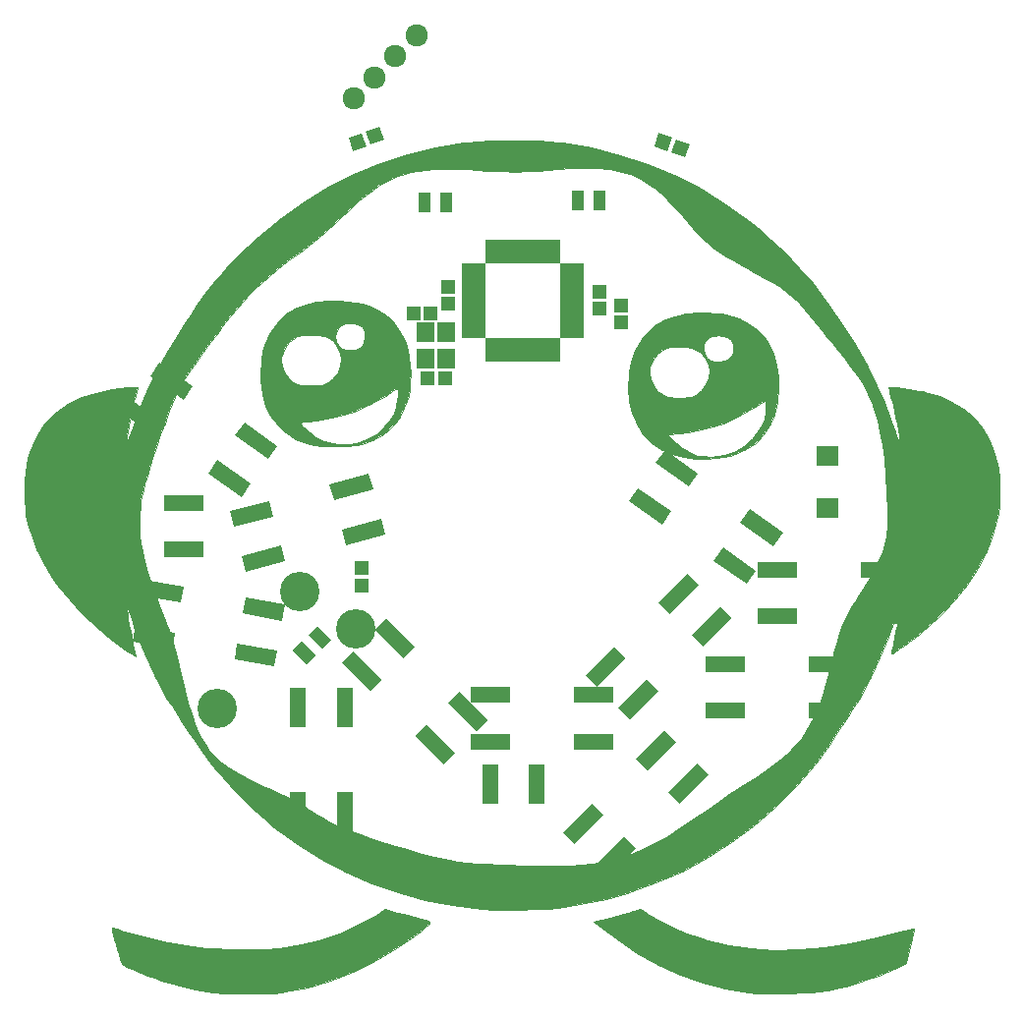
<source format=gts>
G04 #@! TF.FileFunction,Soldermask,Top*
%FSLAX46Y46*%
G04 Gerber Fmt 4.6, Leading zero omitted, Abs format (unit mm)*
G04 Created by KiCad (PCBNEW 4.0.7-e2-6376~58~ubuntu16.04.1) date Tue Oct 31 02:22:27 2017*
%MOMM*%
%LPD*%
G01*
G04 APERTURE LIST*
%ADD10C,0.100000*%
%ADD11C,0.010000*%
%ADD12R,1.150000X1.200000*%
%ADD13R,1.200000X1.150000*%
%ADD14R,1.593800X1.797000*%
%ADD15R,2.000000X0.950000*%
%ADD16R,0.950000X2.000000*%
%ADD17R,1.100000X1.700000*%
%ADD18R,3.500000X1.400000*%
%ADD19R,1.400000X3.500000*%
%ADD20C,3.400000*%
%ADD21R,1.950000X1.700000*%
%ADD22C,1.924000*%
G04 APERTURE END LIST*
D10*
D11*
G36*
X-10128573Y-32077551D02*
X-9579972Y-32236559D01*
X-8968606Y-32401927D01*
X-8390273Y-32548168D01*
X-8132734Y-32608568D01*
X-7745445Y-32695355D01*
X-7477652Y-32768026D01*
X-7333416Y-32846580D01*
X-7316793Y-32951014D01*
X-7431843Y-33101326D01*
X-7682626Y-33317514D01*
X-8073198Y-33619576D01*
X-8386308Y-33857966D01*
X-10228151Y-35161632D01*
X-12094025Y-36279159D01*
X-13985454Y-37211204D01*
X-15903960Y-37958425D01*
X-17851068Y-38521480D01*
X-19828301Y-38901027D01*
X-20179597Y-38948895D01*
X-20833614Y-39011444D01*
X-21623964Y-39053478D01*
X-22499961Y-39075090D01*
X-23410922Y-39076372D01*
X-24306163Y-39057419D01*
X-25135000Y-39018322D01*
X-25846748Y-38959175D01*
X-26024881Y-38938174D01*
X-27611017Y-38672701D01*
X-29244681Y-38281586D01*
X-30452371Y-37917405D01*
X-31028190Y-37718513D01*
X-31625069Y-37496418D01*
X-32211814Y-37264360D01*
X-32757229Y-37035579D01*
X-33230117Y-36823314D01*
X-33599285Y-36640804D01*
X-33833535Y-36501290D01*
X-33880499Y-36462489D01*
X-33942817Y-36337362D01*
X-34036395Y-36073333D01*
X-34151154Y-35707414D01*
X-34277018Y-35276613D01*
X-34403908Y-34817942D01*
X-34521750Y-34368409D01*
X-34620464Y-33965024D01*
X-34689974Y-33644798D01*
X-34720203Y-33444741D01*
X-34715037Y-33397513D01*
X-34614667Y-33406876D01*
X-34379825Y-33464364D01*
X-34054578Y-33558741D01*
X-33929077Y-33597919D01*
X-32685523Y-33960503D01*
X-31310329Y-34303709D01*
X-29859872Y-34615260D01*
X-28390526Y-34882884D01*
X-27206816Y-35061530D01*
X-26513823Y-35137360D01*
X-25698317Y-35196961D01*
X-24802052Y-35239762D01*
X-23866783Y-35265192D01*
X-22934264Y-35272681D01*
X-22046250Y-35261659D01*
X-21244495Y-35231555D01*
X-20570754Y-35181800D01*
X-20339408Y-35155351D01*
X-18401778Y-34829228D01*
X-16584914Y-34373566D01*
X-14894600Y-33790333D01*
X-13336617Y-33081496D01*
X-12041818Y-32330959D01*
X-11164940Y-31762914D01*
X-10128573Y-32077551D01*
X-10128573Y-32077551D01*
G37*
X-10128573Y-32077551D02*
X-9579972Y-32236559D01*
X-8968606Y-32401927D01*
X-8390273Y-32548168D01*
X-8132734Y-32608568D01*
X-7745445Y-32695355D01*
X-7477652Y-32768026D01*
X-7333416Y-32846580D01*
X-7316793Y-32951014D01*
X-7431843Y-33101326D01*
X-7682626Y-33317514D01*
X-8073198Y-33619576D01*
X-8386308Y-33857966D01*
X-10228151Y-35161632D01*
X-12094025Y-36279159D01*
X-13985454Y-37211204D01*
X-15903960Y-37958425D01*
X-17851068Y-38521480D01*
X-19828301Y-38901027D01*
X-20179597Y-38948895D01*
X-20833614Y-39011444D01*
X-21623964Y-39053478D01*
X-22499961Y-39075090D01*
X-23410922Y-39076372D01*
X-24306163Y-39057419D01*
X-25135000Y-39018322D01*
X-25846748Y-38959175D01*
X-26024881Y-38938174D01*
X-27611017Y-38672701D01*
X-29244681Y-38281586D01*
X-30452371Y-37917405D01*
X-31028190Y-37718513D01*
X-31625069Y-37496418D01*
X-32211814Y-37264360D01*
X-32757229Y-37035579D01*
X-33230117Y-36823314D01*
X-33599285Y-36640804D01*
X-33833535Y-36501290D01*
X-33880499Y-36462489D01*
X-33942817Y-36337362D01*
X-34036395Y-36073333D01*
X-34151154Y-35707414D01*
X-34277018Y-35276613D01*
X-34403908Y-34817942D01*
X-34521750Y-34368409D01*
X-34620464Y-33965024D01*
X-34689974Y-33644798D01*
X-34720203Y-33444741D01*
X-34715037Y-33397513D01*
X-34614667Y-33406876D01*
X-34379825Y-33464364D01*
X-34054578Y-33558741D01*
X-33929077Y-33597919D01*
X-32685523Y-33960503D01*
X-31310329Y-34303709D01*
X-29859872Y-34615260D01*
X-28390526Y-34882884D01*
X-27206816Y-35061530D01*
X-26513823Y-35137360D01*
X-25698317Y-35196961D01*
X-24802052Y-35239762D01*
X-23866783Y-35265192D01*
X-22934264Y-35272681D01*
X-22046250Y-35261659D01*
X-21244495Y-35231555D01*
X-20570754Y-35181800D01*
X-20339408Y-35155351D01*
X-18401778Y-34829228D01*
X-16584914Y-34373566D01*
X-14894600Y-33790333D01*
X-13336617Y-33081496D01*
X-12041818Y-32330959D01*
X-11164940Y-31762914D01*
X-10128573Y-32077551D01*
G36*
X11470660Y-32159936D02*
X12475281Y-32784611D01*
X13621115Y-33370504D01*
X14862089Y-33896805D01*
X16152130Y-34342703D01*
X16584666Y-34469755D01*
X18425841Y-34894889D01*
X20366615Y-35167853D01*
X22396628Y-35289150D01*
X24505523Y-35259286D01*
X26682942Y-35078764D01*
X28918526Y-34748088D01*
X31201918Y-34267763D01*
X33494481Y-33646802D01*
X33954921Y-33518538D01*
X34260162Y-33456528D01*
X34401832Y-33462302D01*
X34411260Y-33479398D01*
X34389182Y-33604266D01*
X34328599Y-33877174D01*
X34237502Y-34263851D01*
X34123883Y-34730026D01*
X34056968Y-34998799D01*
X33703120Y-36409910D01*
X32716856Y-36898248D01*
X32069816Y-37192822D01*
X31294916Y-37504334D01*
X30448748Y-37812610D01*
X29587903Y-38097478D01*
X28768973Y-38338763D01*
X28419278Y-38430223D01*
X27619512Y-38619261D01*
X26892987Y-38765954D01*
X26193589Y-38875687D01*
X25475205Y-38953846D01*
X24691724Y-39005814D01*
X23797034Y-39036979D01*
X23122814Y-39048772D01*
X22435622Y-39053406D01*
X21768422Y-39050590D01*
X21158138Y-39041035D01*
X20641696Y-39025447D01*
X20256020Y-39004538D01*
X20112443Y-38990956D01*
X18145466Y-38655821D01*
X16189932Y-38138138D01*
X14258697Y-37443504D01*
X12364617Y-36577515D01*
X10520547Y-35545766D01*
X8739343Y-34353854D01*
X7779021Y-33622414D01*
X6814288Y-32853843D01*
X8223402Y-32505635D01*
X8773630Y-32366074D01*
X9315552Y-32222293D01*
X9796702Y-32088631D01*
X10164616Y-31979425D01*
X10252363Y-31951155D01*
X10872211Y-31744883D01*
X11470660Y-32159936D01*
X11470660Y-32159936D01*
G37*
X11470660Y-32159936D02*
X12475281Y-32784611D01*
X13621115Y-33370504D01*
X14862089Y-33896805D01*
X16152130Y-34342703D01*
X16584666Y-34469755D01*
X18425841Y-34894889D01*
X20366615Y-35167853D01*
X22396628Y-35289150D01*
X24505523Y-35259286D01*
X26682942Y-35078764D01*
X28918526Y-34748088D01*
X31201918Y-34267763D01*
X33494481Y-33646802D01*
X33954921Y-33518538D01*
X34260162Y-33456528D01*
X34401832Y-33462302D01*
X34411260Y-33479398D01*
X34389182Y-33604266D01*
X34328599Y-33877174D01*
X34237502Y-34263851D01*
X34123883Y-34730026D01*
X34056968Y-34998799D01*
X33703120Y-36409910D01*
X32716856Y-36898248D01*
X32069816Y-37192822D01*
X31294916Y-37504334D01*
X30448748Y-37812610D01*
X29587903Y-38097478D01*
X28768973Y-38338763D01*
X28419278Y-38430223D01*
X27619512Y-38619261D01*
X26892987Y-38765954D01*
X26193589Y-38875687D01*
X25475205Y-38953846D01*
X24691724Y-39005814D01*
X23797034Y-39036979D01*
X23122814Y-39048772D01*
X22435622Y-39053406D01*
X21768422Y-39050590D01*
X21158138Y-39041035D01*
X20641696Y-39025447D01*
X20256020Y-39004538D01*
X20112443Y-38990956D01*
X18145466Y-38655821D01*
X16189932Y-38138138D01*
X14258697Y-37443504D01*
X12364617Y-36577515D01*
X10520547Y-35545766D01*
X8739343Y-34353854D01*
X7779021Y-33622414D01*
X6814288Y-32853843D01*
X8223402Y-32505635D01*
X8773630Y-32366074D01*
X9315552Y-32222293D01*
X9796702Y-32088631D01*
X10164616Y-31979425D01*
X10252363Y-31951155D01*
X10872211Y-31744883D01*
X11470660Y-32159936D01*
G36*
X307616Y34452125D02*
X1245635Y34431121D01*
X2150092Y34396905D01*
X2979681Y34350320D01*
X3693095Y34292210D01*
X4119851Y34242575D01*
X6637704Y33802740D01*
X9081973Y33191238D01*
X11449224Y32409578D01*
X13736027Y31459272D01*
X15938948Y30341828D01*
X18054555Y29058758D01*
X20079416Y27611570D01*
X21147258Y26751171D01*
X21800306Y26177689D01*
X22526096Y25497463D01*
X23286402Y24749522D01*
X24042998Y23972896D01*
X24757657Y23206615D01*
X25392155Y22489709D01*
X25790681Y22010090D01*
X26163560Y21525045D01*
X26610673Y20911329D01*
X27109755Y20201784D01*
X27638539Y19429255D01*
X28174761Y18626586D01*
X28696153Y17826621D01*
X29180451Y17062204D01*
X29518257Y16511552D01*
X30313041Y15097796D01*
X31081234Y13546326D01*
X31800053Y11907537D01*
X32446713Y10231825D01*
X32737134Y9392043D01*
X32883179Y8962790D01*
X33009846Y8610561D01*
X33105170Y8367172D01*
X33157189Y8264434D01*
X33161454Y8263668D01*
X33168050Y8376198D01*
X33139757Y8640682D01*
X33082363Y9025379D01*
X33001659Y9498545D01*
X32903432Y10028438D01*
X32793474Y10583314D01*
X32677572Y11131431D01*
X32561516Y11641046D01*
X32498781Y11897127D01*
X32384689Y12357670D01*
X32292415Y12748277D01*
X32229580Y13035224D01*
X32203808Y13184788D01*
X32204705Y13198215D01*
X32318468Y13213799D01*
X32580937Y13201243D01*
X32955584Y13165396D01*
X33405883Y13111109D01*
X33895305Y13043232D01*
X34387323Y12966615D01*
X34845410Y12886107D01*
X35233039Y12806559D01*
X35333438Y12782790D01*
X36624926Y12385747D01*
X37771888Y11868304D01*
X38774763Y11229999D01*
X39633992Y10470366D01*
X40350014Y9588942D01*
X40923269Y8585262D01*
X41354198Y7458864D01*
X41643241Y6209282D01*
X41659056Y6111572D01*
X41731068Y5441020D01*
X41762362Y4654159D01*
X41754302Y3818062D01*
X41708251Y2999803D01*
X41625575Y2266454D01*
X41574874Y1972312D01*
X41186067Y486192D01*
X40613334Y-981163D01*
X39860438Y-2424098D01*
X38931144Y-3836958D01*
X37829215Y-5214088D01*
X36558416Y-6549835D01*
X35122511Y-7838542D01*
X34948508Y-7982210D01*
X34469637Y-8366316D01*
X33994098Y-8733453D01*
X33544235Y-9067887D01*
X33142392Y-9353884D01*
X32810913Y-9575709D01*
X32572144Y-9717627D01*
X32448427Y-9763904D01*
X32436147Y-9751384D01*
X32456391Y-9619678D01*
X32510326Y-9354244D01*
X32587754Y-9004315D01*
X32618301Y-8871912D01*
X32714843Y-8432449D01*
X32815181Y-7932381D01*
X32913284Y-7407356D01*
X33003120Y-6893022D01*
X33078659Y-6425026D01*
X33133868Y-6039015D01*
X33162716Y-5770637D01*
X33161654Y-5660505D01*
X33121412Y-5701495D01*
X33038019Y-5891563D01*
X32923675Y-6199965D01*
X32791339Y-6593610D01*
X32178017Y-8327351D01*
X31454866Y-10080699D01*
X30650682Y-11789301D01*
X29794263Y-13388803D01*
X29605129Y-13713862D01*
X29174036Y-14425559D01*
X28684266Y-15204106D01*
X28158331Y-16015992D01*
X27618746Y-16827705D01*
X27088026Y-17605733D01*
X26588685Y-18316566D01*
X26143237Y-18926692D01*
X25828291Y-19335465D01*
X24206411Y-21218516D01*
X22457158Y-22970546D01*
X20590510Y-24584732D01*
X18616447Y-26054248D01*
X16544947Y-27372270D01*
X14385990Y-28531974D01*
X12149554Y-29526534D01*
X9845619Y-30349126D01*
X9623184Y-30418207D01*
X7873557Y-30898678D01*
X6046877Y-31296705D01*
X4222076Y-31596679D01*
X2896888Y-31748404D01*
X2520608Y-31773171D01*
X2004294Y-31793872D01*
X1384132Y-31810281D01*
X696302Y-31822171D01*
X-23011Y-31829315D01*
X-737625Y-31831487D01*
X-1411357Y-31828459D01*
X-2008022Y-31820006D01*
X-2491439Y-31805901D01*
X-2825425Y-31785916D01*
X-2841631Y-31784356D01*
X-5371551Y-31455110D01*
X-7788275Y-30980945D01*
X-10104503Y-30356761D01*
X-12332938Y-29577459D01*
X-14486279Y-28637939D01*
X-16577227Y-27533102D01*
X-18618484Y-26257849D01*
X-20622750Y-24807080D01*
X-21044964Y-24475802D01*
X-21534556Y-24064140D01*
X-22115453Y-23539486D01*
X-22757273Y-22932351D01*
X-23429636Y-22273245D01*
X-24102160Y-21592676D01*
X-24744466Y-20921155D01*
X-25326171Y-20289191D01*
X-25816895Y-19727293D01*
X-26023110Y-19476577D01*
X-26342265Y-19060298D01*
X-26739335Y-18515142D01*
X-27193279Y-17872254D01*
X-27683054Y-17162779D01*
X-28187619Y-16417862D01*
X-28685934Y-15668650D01*
X-29156955Y-14946288D01*
X-29579642Y-14281920D01*
X-29932954Y-13706693D01*
X-30018185Y-13563120D01*
X-30998922Y-11751437D01*
X-31903612Y-9785587D01*
X-32722398Y-7687526D01*
X-32951200Y-7031510D01*
X-33117116Y-6550611D01*
X-33263104Y-6142219D01*
X-33378437Y-5835177D01*
X-33452388Y-5658328D01*
X-33473519Y-5627107D01*
X-33476085Y-5734055D01*
X-33446863Y-5991534D01*
X-33391708Y-6365734D01*
X-33316474Y-6822840D01*
X-33227016Y-7329041D01*
X-33129189Y-7850525D01*
X-33028846Y-8353478D01*
X-32931843Y-8804090D01*
X-32898216Y-8949739D01*
X-32802805Y-9357331D01*
X-32726008Y-9692633D01*
X-32676733Y-9916280D01*
X-32663112Y-9988604D01*
X-32734990Y-9957174D01*
X-32929544Y-9838081D01*
X-33215152Y-9651330D01*
X-33486260Y-9467819D01*
X-34872124Y-8448115D01*
X-36195926Y-7338291D01*
X-37429552Y-6165749D01*
X-38544888Y-4957893D01*
X-39513819Y-3742125D01*
X-39851695Y-3263288D01*
X-40567832Y-2084502D01*
X-41186892Y-815028D01*
X-41686951Y492769D01*
X-41877487Y1179157D01*
X-32366023Y1179157D01*
X-32336191Y485008D01*
X-32254666Y-226897D01*
X-32116139Y-979244D01*
X-31915300Y-1794718D01*
X-31646840Y-2696005D01*
X-31305449Y-3705793D01*
X-30885819Y-4846767D01*
X-30604724Y-5576987D01*
X-30277953Y-6419548D01*
X-30009772Y-7127040D01*
X-29788121Y-7738770D01*
X-29600937Y-8294047D01*
X-29436157Y-8832180D01*
X-29281721Y-9392477D01*
X-29125564Y-10014246D01*
X-28955627Y-10736797D01*
X-28768518Y-11560887D01*
X-28463459Y-12857555D01*
X-28170268Y-13979897D01*
X-27884772Y-14941052D01*
X-27602798Y-15754156D01*
X-27320174Y-16432347D01*
X-27058786Y-16943534D01*
X-26679678Y-17566154D01*
X-26284322Y-18118621D01*
X-25852421Y-18616442D01*
X-25363679Y-19075124D01*
X-24797800Y-19510174D01*
X-24134486Y-19937098D01*
X-23353442Y-20371404D01*
X-22434371Y-20828598D01*
X-21356975Y-21324187D01*
X-21280149Y-21358469D01*
X-20545877Y-21687953D01*
X-19948403Y-21963247D01*
X-19451322Y-22203648D01*
X-19018231Y-22428454D01*
X-18612723Y-22656962D01*
X-18198394Y-22908470D01*
X-17738840Y-23202274D01*
X-17469847Y-23378218D01*
X-16938141Y-23717943D01*
X-16423680Y-24023140D01*
X-15903590Y-24303299D01*
X-15354993Y-24567910D01*
X-14755014Y-24826462D01*
X-14080778Y-25088446D01*
X-13309409Y-25363351D01*
X-12418031Y-25660667D01*
X-11383768Y-25989883D01*
X-10555705Y-26246492D01*
X-9347018Y-26613065D01*
X-8284564Y-26922014D01*
X-7337274Y-27178678D01*
X-6474079Y-27388395D01*
X-5663912Y-27556502D01*
X-4875704Y-27688338D01*
X-4078387Y-27789241D01*
X-3240892Y-27864549D01*
X-2332151Y-27919599D01*
X-1321096Y-27959732D01*
X-442742Y-27984081D01*
X610026Y-28009266D01*
X1495653Y-28029661D01*
X2235088Y-28045269D01*
X2849277Y-28056095D01*
X3359167Y-28062141D01*
X3785705Y-28063414D01*
X4149839Y-28059916D01*
X4472516Y-28051651D01*
X4774683Y-28038624D01*
X5077286Y-28020838D01*
X5401273Y-27998298D01*
X5577999Y-27985233D01*
X6691869Y-27871817D01*
X7754645Y-27696927D01*
X8786417Y-27451832D01*
X9807271Y-27127796D01*
X10837297Y-26716088D01*
X11896582Y-26207974D01*
X13005215Y-25594721D01*
X14183283Y-24867595D01*
X15450874Y-24017863D01*
X16631703Y-23179631D01*
X17173826Y-22794056D01*
X17817159Y-22348446D01*
X18503369Y-21882496D01*
X19174124Y-21435902D01*
X19642073Y-21131027D01*
X20641166Y-20479132D01*
X21494023Y-19901239D01*
X22219818Y-19381681D01*
X22837726Y-18904797D01*
X23366918Y-18454923D01*
X23826569Y-18016393D01*
X24235852Y-17573546D01*
X24613941Y-17110717D01*
X24697720Y-17000835D01*
X25089888Y-16450527D01*
X25438324Y-15890896D01*
X25752850Y-15297458D01*
X26043286Y-14645728D01*
X26319453Y-13911222D01*
X26591172Y-13069454D01*
X26868264Y-12095941D01*
X27160550Y-10966196D01*
X27228738Y-10690716D01*
X27457451Y-9769824D01*
X27657309Y-9000155D01*
X27841676Y-8349580D01*
X28023918Y-7785973D01*
X28217400Y-7277206D01*
X28435486Y-6791152D01*
X28691543Y-6295683D01*
X28998935Y-5758671D01*
X29371028Y-5147990D01*
X29821186Y-4431512D01*
X29854468Y-4378932D01*
X30466838Y-3382079D01*
X30964218Y-2502809D01*
X31356681Y-1718135D01*
X31654299Y-1005075D01*
X31867146Y-340644D01*
X32005294Y298142D01*
X32051739Y634769D01*
X32076352Y1009884D01*
X32086628Y1538285D01*
X32083800Y2185759D01*
X32069103Y2918089D01*
X32043770Y3701061D01*
X32009037Y4500458D01*
X31966136Y5282066D01*
X31916301Y6011669D01*
X31860767Y6655051D01*
X31821605Y7015722D01*
X31740187Y7620034D01*
X31636792Y8287374D01*
X31525788Y8929171D01*
X31438622Y9376846D01*
X31230854Y10284120D01*
X30999484Y11108401D01*
X30730615Y11875700D01*
X30410350Y12612029D01*
X30024793Y13343401D01*
X29560045Y14095827D01*
X29002210Y14895319D01*
X28337391Y15767890D01*
X27551691Y16739551D01*
X27420372Y16898079D01*
X26964200Y17449029D01*
X26500468Y18012183D01*
X26058690Y18551481D01*
X25668376Y19030859D01*
X25359042Y19414257D01*
X25276933Y19517127D01*
X24821846Y20067258D01*
X24375280Y20553434D01*
X23911819Y20994904D01*
X23406046Y21410916D01*
X22832545Y21820716D01*
X22165898Y22243553D01*
X21380691Y22698674D01*
X20451506Y23205326D01*
X20300592Y23285656D01*
X19422535Y23756149D01*
X18685984Y24164466D01*
X18063689Y24531631D01*
X17528404Y24878670D01*
X17052881Y25226606D01*
X16609873Y25596465D01*
X16172131Y26009271D01*
X15712409Y26486049D01*
X15203458Y27047823D01*
X14737834Y27577972D01*
X14288802Y28087180D01*
X13838536Y28586935D01*
X13415758Y29046148D01*
X13049191Y29433730D01*
X12767558Y29718590D01*
X12704409Y29778916D01*
X12116523Y30281944D01*
X11477912Y30748077D01*
X10841010Y31142480D01*
X10258252Y31430318D01*
X10160089Y31469285D01*
X9235948Y31749349D01*
X8174385Y31947502D01*
X7009035Y32060191D01*
X5773533Y32083861D01*
X4778369Y32037912D01*
X3721674Y31959329D01*
X2825185Y31894772D01*
X2061525Y31843696D01*
X1403318Y31805555D01*
X823187Y31779800D01*
X293756Y31765887D01*
X-212353Y31763269D01*
X-722516Y31771398D01*
X-1264109Y31789730D01*
X-1864510Y31817717D01*
X-2551094Y31854814D01*
X-3030393Y31882052D01*
X-4248076Y31944644D01*
X-5302566Y31981500D01*
X-6217278Y31990937D01*
X-7015624Y31971272D01*
X-7721017Y31920822D01*
X-8356870Y31837903D01*
X-8946595Y31720834D01*
X-9513605Y31567930D01*
X-10081314Y31377508D01*
X-10089321Y31374588D01*
X-10634869Y31156993D01*
X-11157548Y30905760D01*
X-11677885Y30605909D01*
X-12216404Y30242459D01*
X-12793631Y29800431D01*
X-13430092Y29264842D01*
X-14146312Y28620712D01*
X-14962818Y27853061D01*
X-15118297Y27704186D01*
X-16221709Y26685887D01*
X-17339579Y25741244D01*
X-18552001Y24802449D01*
X-19524212Y24071641D01*
X-20364872Y23422375D01*
X-21098356Y22830904D01*
X-21749042Y22273479D01*
X-22341307Y21726353D01*
X-22899527Y21165779D01*
X-23448079Y20568007D01*
X-24011340Y19909290D01*
X-24613686Y19165880D01*
X-25279495Y18314030D01*
X-25481410Y18051808D01*
X-26245818Y17050593D01*
X-26903040Y16173699D01*
X-27465540Y15400245D01*
X-27945782Y14709350D01*
X-28356229Y14080132D01*
X-28709344Y13491709D01*
X-29017591Y12923201D01*
X-29293434Y12353726D01*
X-29549335Y11762401D01*
X-29797757Y11128346D01*
X-30051166Y10430679D01*
X-30081373Y10344905D01*
X-30515878Y9101872D01*
X-30889572Y8017055D01*
X-31207307Y7072348D01*
X-31473932Y6249647D01*
X-31694297Y5530849D01*
X-31873251Y4897847D01*
X-32015645Y4332539D01*
X-32126329Y3816819D01*
X-32210153Y3332583D01*
X-32271966Y2861727D01*
X-32316618Y2386146D01*
X-32348960Y1887736D01*
X-32349470Y1878238D01*
X-32366023Y1179157D01*
X-41877487Y1179157D01*
X-42046088Y1786526D01*
X-42122397Y2160460D01*
X-42199074Y2744260D01*
X-42241829Y3450008D01*
X-42252053Y4226793D01*
X-42231138Y5023702D01*
X-42180475Y5789822D01*
X-42101457Y6474241D01*
X-41995474Y7026045D01*
X-41988686Y7052312D01*
X-41755796Y7769442D01*
X-41436222Y8515431D01*
X-41059148Y9233629D01*
X-40653758Y9867390D01*
X-40327496Y10276831D01*
X-39475279Y11077212D01*
X-38483657Y11751245D01*
X-37352640Y12298924D01*
X-36082240Y12720247D01*
X-34672467Y13015207D01*
X-33330817Y13169166D01*
X-32920852Y13198186D01*
X-32666173Y13206633D01*
X-32534627Y13190233D01*
X-32494060Y13144713D01*
X-32512318Y13065800D01*
X-32514293Y13060656D01*
X-32589973Y12821591D01*
X-32691519Y12440386D01*
X-32809179Y11959644D01*
X-32933206Y11421973D01*
X-33053849Y10869978D01*
X-33161360Y10346263D01*
X-33245988Y9893436D01*
X-33265337Y9778518D01*
X-33336928Y9338874D01*
X-33403140Y8932993D01*
X-33454238Y8620520D01*
X-33472311Y8510460D01*
X-33498892Y8300756D01*
X-33483398Y8243151D01*
X-33423306Y8343168D01*
X-33316093Y8606328D01*
X-33159234Y9038157D01*
X-32950207Y9644176D01*
X-32938519Y9678623D01*
X-32521895Y10857023D01*
X-32092483Y11962793D01*
X-31635486Y13024900D01*
X-31136106Y14072312D01*
X-30579545Y15133995D01*
X-29951005Y16238916D01*
X-29235690Y17416044D01*
X-28418802Y18694344D01*
X-28032427Y19282634D01*
X-27304586Y20357674D01*
X-26622879Y21306003D01*
X-25952793Y22170898D01*
X-25259812Y22995633D01*
X-24509421Y23823485D01*
X-23915844Y24444091D01*
X-22096414Y26179806D01*
X-20173150Y27761479D01*
X-18153268Y29185687D01*
X-16043982Y30449007D01*
X-13852509Y31548018D01*
X-11586063Y32479296D01*
X-9251860Y33239419D01*
X-6857115Y33824965D01*
X-4409044Y34232510D01*
X-2953969Y34387128D01*
X-2294759Y34427417D01*
X-1503888Y34451116D01*
X-622661Y34459071D01*
X307616Y34452125D01*
X307616Y34452125D01*
G37*
X307616Y34452125D02*
X1245635Y34431121D01*
X2150092Y34396905D01*
X2979681Y34350320D01*
X3693095Y34292210D01*
X4119851Y34242575D01*
X6637704Y33802740D01*
X9081973Y33191238D01*
X11449224Y32409578D01*
X13736027Y31459272D01*
X15938948Y30341828D01*
X18054555Y29058758D01*
X20079416Y27611570D01*
X21147258Y26751171D01*
X21800306Y26177689D01*
X22526096Y25497463D01*
X23286402Y24749522D01*
X24042998Y23972896D01*
X24757657Y23206615D01*
X25392155Y22489709D01*
X25790681Y22010090D01*
X26163560Y21525045D01*
X26610673Y20911329D01*
X27109755Y20201784D01*
X27638539Y19429255D01*
X28174761Y18626586D01*
X28696153Y17826621D01*
X29180451Y17062204D01*
X29518257Y16511552D01*
X30313041Y15097796D01*
X31081234Y13546326D01*
X31800053Y11907537D01*
X32446713Y10231825D01*
X32737134Y9392043D01*
X32883179Y8962790D01*
X33009846Y8610561D01*
X33105170Y8367172D01*
X33157189Y8264434D01*
X33161454Y8263668D01*
X33168050Y8376198D01*
X33139757Y8640682D01*
X33082363Y9025379D01*
X33001659Y9498545D01*
X32903432Y10028438D01*
X32793474Y10583314D01*
X32677572Y11131431D01*
X32561516Y11641046D01*
X32498781Y11897127D01*
X32384689Y12357670D01*
X32292415Y12748277D01*
X32229580Y13035224D01*
X32203808Y13184788D01*
X32204705Y13198215D01*
X32318468Y13213799D01*
X32580937Y13201243D01*
X32955584Y13165396D01*
X33405883Y13111109D01*
X33895305Y13043232D01*
X34387323Y12966615D01*
X34845410Y12886107D01*
X35233039Y12806559D01*
X35333438Y12782790D01*
X36624926Y12385747D01*
X37771888Y11868304D01*
X38774763Y11229999D01*
X39633992Y10470366D01*
X40350014Y9588942D01*
X40923269Y8585262D01*
X41354198Y7458864D01*
X41643241Y6209282D01*
X41659056Y6111572D01*
X41731068Y5441020D01*
X41762362Y4654159D01*
X41754302Y3818062D01*
X41708251Y2999803D01*
X41625575Y2266454D01*
X41574874Y1972312D01*
X41186067Y486192D01*
X40613334Y-981163D01*
X39860438Y-2424098D01*
X38931144Y-3836958D01*
X37829215Y-5214088D01*
X36558416Y-6549835D01*
X35122511Y-7838542D01*
X34948508Y-7982210D01*
X34469637Y-8366316D01*
X33994098Y-8733453D01*
X33544235Y-9067887D01*
X33142392Y-9353884D01*
X32810913Y-9575709D01*
X32572144Y-9717627D01*
X32448427Y-9763904D01*
X32436147Y-9751384D01*
X32456391Y-9619678D01*
X32510326Y-9354244D01*
X32587754Y-9004315D01*
X32618301Y-8871912D01*
X32714843Y-8432449D01*
X32815181Y-7932381D01*
X32913284Y-7407356D01*
X33003120Y-6893022D01*
X33078659Y-6425026D01*
X33133868Y-6039015D01*
X33162716Y-5770637D01*
X33161654Y-5660505D01*
X33121412Y-5701495D01*
X33038019Y-5891563D01*
X32923675Y-6199965D01*
X32791339Y-6593610D01*
X32178017Y-8327351D01*
X31454866Y-10080699D01*
X30650682Y-11789301D01*
X29794263Y-13388803D01*
X29605129Y-13713862D01*
X29174036Y-14425559D01*
X28684266Y-15204106D01*
X28158331Y-16015992D01*
X27618746Y-16827705D01*
X27088026Y-17605733D01*
X26588685Y-18316566D01*
X26143237Y-18926692D01*
X25828291Y-19335465D01*
X24206411Y-21218516D01*
X22457158Y-22970546D01*
X20590510Y-24584732D01*
X18616447Y-26054248D01*
X16544947Y-27372270D01*
X14385990Y-28531974D01*
X12149554Y-29526534D01*
X9845619Y-30349126D01*
X9623184Y-30418207D01*
X7873557Y-30898678D01*
X6046877Y-31296705D01*
X4222076Y-31596679D01*
X2896888Y-31748404D01*
X2520608Y-31773171D01*
X2004294Y-31793872D01*
X1384132Y-31810281D01*
X696302Y-31822171D01*
X-23011Y-31829315D01*
X-737625Y-31831487D01*
X-1411357Y-31828459D01*
X-2008022Y-31820006D01*
X-2491439Y-31805901D01*
X-2825425Y-31785916D01*
X-2841631Y-31784356D01*
X-5371551Y-31455110D01*
X-7788275Y-30980945D01*
X-10104503Y-30356761D01*
X-12332938Y-29577459D01*
X-14486279Y-28637939D01*
X-16577227Y-27533102D01*
X-18618484Y-26257849D01*
X-20622750Y-24807080D01*
X-21044964Y-24475802D01*
X-21534556Y-24064140D01*
X-22115453Y-23539486D01*
X-22757273Y-22932351D01*
X-23429636Y-22273245D01*
X-24102160Y-21592676D01*
X-24744466Y-20921155D01*
X-25326171Y-20289191D01*
X-25816895Y-19727293D01*
X-26023110Y-19476577D01*
X-26342265Y-19060298D01*
X-26739335Y-18515142D01*
X-27193279Y-17872254D01*
X-27683054Y-17162779D01*
X-28187619Y-16417862D01*
X-28685934Y-15668650D01*
X-29156955Y-14946288D01*
X-29579642Y-14281920D01*
X-29932954Y-13706693D01*
X-30018185Y-13563120D01*
X-30998922Y-11751437D01*
X-31903612Y-9785587D01*
X-32722398Y-7687526D01*
X-32951200Y-7031510D01*
X-33117116Y-6550611D01*
X-33263104Y-6142219D01*
X-33378437Y-5835177D01*
X-33452388Y-5658328D01*
X-33473519Y-5627107D01*
X-33476085Y-5734055D01*
X-33446863Y-5991534D01*
X-33391708Y-6365734D01*
X-33316474Y-6822840D01*
X-33227016Y-7329041D01*
X-33129189Y-7850525D01*
X-33028846Y-8353478D01*
X-32931843Y-8804090D01*
X-32898216Y-8949739D01*
X-32802805Y-9357331D01*
X-32726008Y-9692633D01*
X-32676733Y-9916280D01*
X-32663112Y-9988604D01*
X-32734990Y-9957174D01*
X-32929544Y-9838081D01*
X-33215152Y-9651330D01*
X-33486260Y-9467819D01*
X-34872124Y-8448115D01*
X-36195926Y-7338291D01*
X-37429552Y-6165749D01*
X-38544888Y-4957893D01*
X-39513819Y-3742125D01*
X-39851695Y-3263288D01*
X-40567832Y-2084502D01*
X-41186892Y-815028D01*
X-41686951Y492769D01*
X-41877487Y1179157D01*
X-32366023Y1179157D01*
X-32336191Y485008D01*
X-32254666Y-226897D01*
X-32116139Y-979244D01*
X-31915300Y-1794718D01*
X-31646840Y-2696005D01*
X-31305449Y-3705793D01*
X-30885819Y-4846767D01*
X-30604724Y-5576987D01*
X-30277953Y-6419548D01*
X-30009772Y-7127040D01*
X-29788121Y-7738770D01*
X-29600937Y-8294047D01*
X-29436157Y-8832180D01*
X-29281721Y-9392477D01*
X-29125564Y-10014246D01*
X-28955627Y-10736797D01*
X-28768518Y-11560887D01*
X-28463459Y-12857555D01*
X-28170268Y-13979897D01*
X-27884772Y-14941052D01*
X-27602798Y-15754156D01*
X-27320174Y-16432347D01*
X-27058786Y-16943534D01*
X-26679678Y-17566154D01*
X-26284322Y-18118621D01*
X-25852421Y-18616442D01*
X-25363679Y-19075124D01*
X-24797800Y-19510174D01*
X-24134486Y-19937098D01*
X-23353442Y-20371404D01*
X-22434371Y-20828598D01*
X-21356975Y-21324187D01*
X-21280149Y-21358469D01*
X-20545877Y-21687953D01*
X-19948403Y-21963247D01*
X-19451322Y-22203648D01*
X-19018231Y-22428454D01*
X-18612723Y-22656962D01*
X-18198394Y-22908470D01*
X-17738840Y-23202274D01*
X-17469847Y-23378218D01*
X-16938141Y-23717943D01*
X-16423680Y-24023140D01*
X-15903590Y-24303299D01*
X-15354993Y-24567910D01*
X-14755014Y-24826462D01*
X-14080778Y-25088446D01*
X-13309409Y-25363351D01*
X-12418031Y-25660667D01*
X-11383768Y-25989883D01*
X-10555705Y-26246492D01*
X-9347018Y-26613065D01*
X-8284564Y-26922014D01*
X-7337274Y-27178678D01*
X-6474079Y-27388395D01*
X-5663912Y-27556502D01*
X-4875704Y-27688338D01*
X-4078387Y-27789241D01*
X-3240892Y-27864549D01*
X-2332151Y-27919599D01*
X-1321096Y-27959732D01*
X-442742Y-27984081D01*
X610026Y-28009266D01*
X1495653Y-28029661D01*
X2235088Y-28045269D01*
X2849277Y-28056095D01*
X3359167Y-28062141D01*
X3785705Y-28063414D01*
X4149839Y-28059916D01*
X4472516Y-28051651D01*
X4774683Y-28038624D01*
X5077286Y-28020838D01*
X5401273Y-27998298D01*
X5577999Y-27985233D01*
X6691869Y-27871817D01*
X7754645Y-27696927D01*
X8786417Y-27451832D01*
X9807271Y-27127796D01*
X10837297Y-26716088D01*
X11896582Y-26207974D01*
X13005215Y-25594721D01*
X14183283Y-24867595D01*
X15450874Y-24017863D01*
X16631703Y-23179631D01*
X17173826Y-22794056D01*
X17817159Y-22348446D01*
X18503369Y-21882496D01*
X19174124Y-21435902D01*
X19642073Y-21131027D01*
X20641166Y-20479132D01*
X21494023Y-19901239D01*
X22219818Y-19381681D01*
X22837726Y-18904797D01*
X23366918Y-18454923D01*
X23826569Y-18016393D01*
X24235852Y-17573546D01*
X24613941Y-17110717D01*
X24697720Y-17000835D01*
X25089888Y-16450527D01*
X25438324Y-15890896D01*
X25752850Y-15297458D01*
X26043286Y-14645728D01*
X26319453Y-13911222D01*
X26591172Y-13069454D01*
X26868264Y-12095941D01*
X27160550Y-10966196D01*
X27228738Y-10690716D01*
X27457451Y-9769824D01*
X27657309Y-9000155D01*
X27841676Y-8349580D01*
X28023918Y-7785973D01*
X28217400Y-7277206D01*
X28435486Y-6791152D01*
X28691543Y-6295683D01*
X28998935Y-5758671D01*
X29371028Y-5147990D01*
X29821186Y-4431512D01*
X29854468Y-4378932D01*
X30466838Y-3382079D01*
X30964218Y-2502809D01*
X31356681Y-1718135D01*
X31654299Y-1005075D01*
X31867146Y-340644D01*
X32005294Y298142D01*
X32051739Y634769D01*
X32076352Y1009884D01*
X32086628Y1538285D01*
X32083800Y2185759D01*
X32069103Y2918089D01*
X32043770Y3701061D01*
X32009037Y4500458D01*
X31966136Y5282066D01*
X31916301Y6011669D01*
X31860767Y6655051D01*
X31821605Y7015722D01*
X31740187Y7620034D01*
X31636792Y8287374D01*
X31525788Y8929171D01*
X31438622Y9376846D01*
X31230854Y10284120D01*
X30999484Y11108401D01*
X30730615Y11875700D01*
X30410350Y12612029D01*
X30024793Y13343401D01*
X29560045Y14095827D01*
X29002210Y14895319D01*
X28337391Y15767890D01*
X27551691Y16739551D01*
X27420372Y16898079D01*
X26964200Y17449029D01*
X26500468Y18012183D01*
X26058690Y18551481D01*
X25668376Y19030859D01*
X25359042Y19414257D01*
X25276933Y19517127D01*
X24821846Y20067258D01*
X24375280Y20553434D01*
X23911819Y20994904D01*
X23406046Y21410916D01*
X22832545Y21820716D01*
X22165898Y22243553D01*
X21380691Y22698674D01*
X20451506Y23205326D01*
X20300592Y23285656D01*
X19422535Y23756149D01*
X18685984Y24164466D01*
X18063689Y24531631D01*
X17528404Y24878670D01*
X17052881Y25226606D01*
X16609873Y25596465D01*
X16172131Y26009271D01*
X15712409Y26486049D01*
X15203458Y27047823D01*
X14737834Y27577972D01*
X14288802Y28087180D01*
X13838536Y28586935D01*
X13415758Y29046148D01*
X13049191Y29433730D01*
X12767558Y29718590D01*
X12704409Y29778916D01*
X12116523Y30281944D01*
X11477912Y30748077D01*
X10841010Y31142480D01*
X10258252Y31430318D01*
X10160089Y31469285D01*
X9235948Y31749349D01*
X8174385Y31947502D01*
X7009035Y32060191D01*
X5773533Y32083861D01*
X4778369Y32037912D01*
X3721674Y31959329D01*
X2825185Y31894772D01*
X2061525Y31843696D01*
X1403318Y31805555D01*
X823187Y31779800D01*
X293756Y31765887D01*
X-212353Y31763269D01*
X-722516Y31771398D01*
X-1264109Y31789730D01*
X-1864510Y31817717D01*
X-2551094Y31854814D01*
X-3030393Y31882052D01*
X-4248076Y31944644D01*
X-5302566Y31981500D01*
X-6217278Y31990937D01*
X-7015624Y31971272D01*
X-7721017Y31920822D01*
X-8356870Y31837903D01*
X-8946595Y31720834D01*
X-9513605Y31567930D01*
X-10081314Y31377508D01*
X-10089321Y31374588D01*
X-10634869Y31156993D01*
X-11157548Y30905760D01*
X-11677885Y30605909D01*
X-12216404Y30242459D01*
X-12793631Y29800431D01*
X-13430092Y29264842D01*
X-14146312Y28620712D01*
X-14962818Y27853061D01*
X-15118297Y27704186D01*
X-16221709Y26685887D01*
X-17339579Y25741244D01*
X-18552001Y24802449D01*
X-19524212Y24071641D01*
X-20364872Y23422375D01*
X-21098356Y22830904D01*
X-21749042Y22273479D01*
X-22341307Y21726353D01*
X-22899527Y21165779D01*
X-23448079Y20568007D01*
X-24011340Y19909290D01*
X-24613686Y19165880D01*
X-25279495Y18314030D01*
X-25481410Y18051808D01*
X-26245818Y17050593D01*
X-26903040Y16173699D01*
X-27465540Y15400245D01*
X-27945782Y14709350D01*
X-28356229Y14080132D01*
X-28709344Y13491709D01*
X-29017591Y12923201D01*
X-29293434Y12353726D01*
X-29549335Y11762401D01*
X-29797757Y11128346D01*
X-30051166Y10430679D01*
X-30081373Y10344905D01*
X-30515878Y9101872D01*
X-30889572Y8017055D01*
X-31207307Y7072348D01*
X-31473932Y6249647D01*
X-31694297Y5530849D01*
X-31873251Y4897847D01*
X-32015645Y4332539D01*
X-32126329Y3816819D01*
X-32210153Y3332583D01*
X-32271966Y2861727D01*
X-32316618Y2386146D01*
X-32348960Y1887736D01*
X-32349470Y1878238D01*
X-32366023Y1179157D01*
X-41877487Y1179157D01*
X-42046088Y1786526D01*
X-42122397Y2160460D01*
X-42199074Y2744260D01*
X-42241829Y3450008D01*
X-42252053Y4226793D01*
X-42231138Y5023702D01*
X-42180475Y5789822D01*
X-42101457Y6474241D01*
X-41995474Y7026045D01*
X-41988686Y7052312D01*
X-41755796Y7769442D01*
X-41436222Y8515431D01*
X-41059148Y9233629D01*
X-40653758Y9867390D01*
X-40327496Y10276831D01*
X-39475279Y11077212D01*
X-38483657Y11751245D01*
X-37352640Y12298924D01*
X-36082240Y12720247D01*
X-34672467Y13015207D01*
X-33330817Y13169166D01*
X-32920852Y13198186D01*
X-32666173Y13206633D01*
X-32534627Y13190233D01*
X-32494060Y13144713D01*
X-32512318Y13065800D01*
X-32514293Y13060656D01*
X-32589973Y12821591D01*
X-32691519Y12440386D01*
X-32809179Y11959644D01*
X-32933206Y11421973D01*
X-33053849Y10869978D01*
X-33161360Y10346263D01*
X-33245988Y9893436D01*
X-33265337Y9778518D01*
X-33336928Y9338874D01*
X-33403140Y8932993D01*
X-33454238Y8620520D01*
X-33472311Y8510460D01*
X-33498892Y8300756D01*
X-33483398Y8243151D01*
X-33423306Y8343168D01*
X-33316093Y8606328D01*
X-33159234Y9038157D01*
X-32950207Y9644176D01*
X-32938519Y9678623D01*
X-32521895Y10857023D01*
X-32092483Y11962793D01*
X-31635486Y13024900D01*
X-31136106Y14072312D01*
X-30579545Y15133995D01*
X-29951005Y16238916D01*
X-29235690Y17416044D01*
X-28418802Y18694344D01*
X-28032427Y19282634D01*
X-27304586Y20357674D01*
X-26622879Y21306003D01*
X-25952793Y22170898D01*
X-25259812Y22995633D01*
X-24509421Y23823485D01*
X-23915844Y24444091D01*
X-22096414Y26179806D01*
X-20173150Y27761479D01*
X-18153268Y29185687D01*
X-16043982Y30449007D01*
X-13852509Y31548018D01*
X-11586063Y32479296D01*
X-9251860Y33239419D01*
X-6857115Y33824965D01*
X-4409044Y34232510D01*
X-2953969Y34387128D01*
X-2294759Y34427417D01*
X-1503888Y34451116D01*
X-622661Y34459071D01*
X307616Y34452125D01*
G36*
X16584666Y19583198D02*
X17194144Y19550902D01*
X17753934Y19500656D01*
X18213900Y19437750D01*
X18466147Y19384653D01*
X19308270Y19086597D01*
X20101154Y18671258D01*
X20811054Y18163132D01*
X21404227Y17586711D01*
X21846929Y16966490D01*
X21879506Y16906983D01*
X22253489Y16042717D01*
X22525716Y15070900D01*
X22687842Y14047303D01*
X22731520Y13027698D01*
X22648402Y12067857D01*
X22624196Y11930973D01*
X22338409Y10832098D01*
X21925399Y9871821D01*
X21385095Y9050062D01*
X20717424Y8366737D01*
X19922314Y7821764D01*
X18999694Y7415061D01*
X18542719Y7277088D01*
X17952269Y7160690D01*
X17239649Y7081141D01*
X16467585Y7040466D01*
X15698805Y7040694D01*
X14996035Y7083850D01*
X14538896Y7147697D01*
X13484377Y7427883D01*
X12555254Y7844053D01*
X11755091Y8393669D01*
X11087447Y9074193D01*
X11044322Y9139819D01*
X13138261Y9139819D01*
X13725613Y8547200D01*
X14292086Y8049805D01*
X14897689Y7648523D01*
X15493680Y7373441D01*
X15749075Y7298062D01*
X16251827Y7226054D01*
X16852875Y7209366D01*
X17471131Y7246579D01*
X18025502Y7336273D01*
X18033114Y7338057D01*
X18917494Y7639635D01*
X19727786Y8102081D01*
X20429922Y8705525D01*
X20492442Y8772387D01*
X20958619Y9334566D01*
X21280265Y9863947D01*
X21480587Y10412961D01*
X21582790Y11034041D01*
X21599444Y11273547D01*
X21615373Y11673327D01*
X21611403Y11914490D01*
X21584192Y12025835D01*
X21530397Y12036164D01*
X21512089Y12026140D01*
X21378081Y11939629D01*
X21131095Y11778714D01*
X20815418Y11572275D01*
X20676888Y11481490D01*
X19342020Y10706949D01*
X17941007Y10094127D01*
X16457160Y9637294D01*
X14873792Y9330718D01*
X14161941Y9244042D01*
X13138261Y9139819D01*
X11044322Y9139819D01*
X10555886Y9883090D01*
X10474296Y10043429D01*
X10089597Y11010654D01*
X9859581Y12029990D01*
X9780991Y13123952D01*
X9850571Y14315055D01*
X9853222Y14338047D01*
X9867507Y14423388D01*
X11576393Y14423388D01*
X11677247Y13869857D01*
X11913699Y13343780D01*
X12264569Y12889424D01*
X12708679Y12551061D01*
X12809189Y12500101D01*
X13115013Y12378048D01*
X13425159Y12308413D01*
X13810714Y12278713D01*
X14091703Y12274867D01*
X14516791Y12287253D01*
X14919123Y12320410D01*
X15223781Y12367726D01*
X15267629Y12378645D01*
X15610411Y12539797D01*
X15982897Y12826083D01*
X16080154Y12919046D01*
X16461389Y13420894D01*
X16679896Y13977182D01*
X16740329Y14556473D01*
X16647340Y15127332D01*
X16405582Y15658325D01*
X16019707Y16118015D01*
X15558758Y16441744D01*
X15371513Y16528851D01*
X16255406Y16528851D01*
X16326454Y16070199D01*
X16527189Y15708756D01*
X16838998Y15477312D01*
X16856363Y15470067D01*
X17182269Y15399615D01*
X17593674Y15390210D01*
X17999317Y15438430D01*
X18273682Y15523235D01*
X18596345Y15773140D01*
X18790254Y16136229D01*
X18842494Y16577428D01*
X18786962Y16917197D01*
X18616717Y17261879D01*
X18320708Y17490781D01*
X17885499Y17611356D01*
X17492481Y17635294D01*
X17153492Y17626955D01*
X16932323Y17585160D01*
X16758863Y17485486D01*
X16575258Y17315794D01*
X16374417Y17086743D01*
X16280627Y16871056D01*
X16255606Y16574547D01*
X16255406Y16528851D01*
X15371513Y16528851D01*
X15355709Y16536203D01*
X15139197Y16597074D01*
X14861501Y16631284D01*
X14474901Y16645760D01*
X14138740Y16647868D01*
X13666233Y16643662D01*
X13333713Y16625892D01*
X13093108Y16586829D01*
X12896347Y16518744D01*
X12699954Y16416542D01*
X12307517Y16104343D01*
X11959156Y15666665D01*
X11700804Y15166168D01*
X11632315Y14960101D01*
X11576393Y14423388D01*
X9867507Y14423388D01*
X10015499Y15307485D01*
X10270280Y16143159D01*
X10635458Y16884027D01*
X11128925Y17569045D01*
X11544341Y18020284D01*
X12208108Y18581716D01*
X12957082Y19014723D01*
X13806433Y19324008D01*
X14771331Y19514277D01*
X15866947Y19590232D01*
X16584666Y19583198D01*
X16584666Y19583198D01*
G37*
X16584666Y19583198D02*
X17194144Y19550902D01*
X17753934Y19500656D01*
X18213900Y19437750D01*
X18466147Y19384653D01*
X19308270Y19086597D01*
X20101154Y18671258D01*
X20811054Y18163132D01*
X21404227Y17586711D01*
X21846929Y16966490D01*
X21879506Y16906983D01*
X22253489Y16042717D01*
X22525716Y15070900D01*
X22687842Y14047303D01*
X22731520Y13027698D01*
X22648402Y12067857D01*
X22624196Y11930973D01*
X22338409Y10832098D01*
X21925399Y9871821D01*
X21385095Y9050062D01*
X20717424Y8366737D01*
X19922314Y7821764D01*
X18999694Y7415061D01*
X18542719Y7277088D01*
X17952269Y7160690D01*
X17239649Y7081141D01*
X16467585Y7040466D01*
X15698805Y7040694D01*
X14996035Y7083850D01*
X14538896Y7147697D01*
X13484377Y7427883D01*
X12555254Y7844053D01*
X11755091Y8393669D01*
X11087447Y9074193D01*
X11044322Y9139819D01*
X13138261Y9139819D01*
X13725613Y8547200D01*
X14292086Y8049805D01*
X14897689Y7648523D01*
X15493680Y7373441D01*
X15749075Y7298062D01*
X16251827Y7226054D01*
X16852875Y7209366D01*
X17471131Y7246579D01*
X18025502Y7336273D01*
X18033114Y7338057D01*
X18917494Y7639635D01*
X19727786Y8102081D01*
X20429922Y8705525D01*
X20492442Y8772387D01*
X20958619Y9334566D01*
X21280265Y9863947D01*
X21480587Y10412961D01*
X21582790Y11034041D01*
X21599444Y11273547D01*
X21615373Y11673327D01*
X21611403Y11914490D01*
X21584192Y12025835D01*
X21530397Y12036164D01*
X21512089Y12026140D01*
X21378081Y11939629D01*
X21131095Y11778714D01*
X20815418Y11572275D01*
X20676888Y11481490D01*
X19342020Y10706949D01*
X17941007Y10094127D01*
X16457160Y9637294D01*
X14873792Y9330718D01*
X14161941Y9244042D01*
X13138261Y9139819D01*
X11044322Y9139819D01*
X10555886Y9883090D01*
X10474296Y10043429D01*
X10089597Y11010654D01*
X9859581Y12029990D01*
X9780991Y13123952D01*
X9850571Y14315055D01*
X9853222Y14338047D01*
X9867507Y14423388D01*
X11576393Y14423388D01*
X11677247Y13869857D01*
X11913699Y13343780D01*
X12264569Y12889424D01*
X12708679Y12551061D01*
X12809189Y12500101D01*
X13115013Y12378048D01*
X13425159Y12308413D01*
X13810714Y12278713D01*
X14091703Y12274867D01*
X14516791Y12287253D01*
X14919123Y12320410D01*
X15223781Y12367726D01*
X15267629Y12378645D01*
X15610411Y12539797D01*
X15982897Y12826083D01*
X16080154Y12919046D01*
X16461389Y13420894D01*
X16679896Y13977182D01*
X16740329Y14556473D01*
X16647340Y15127332D01*
X16405582Y15658325D01*
X16019707Y16118015D01*
X15558758Y16441744D01*
X15371513Y16528851D01*
X16255406Y16528851D01*
X16326454Y16070199D01*
X16527189Y15708756D01*
X16838998Y15477312D01*
X16856363Y15470067D01*
X17182269Y15399615D01*
X17593674Y15390210D01*
X17999317Y15438430D01*
X18273682Y15523235D01*
X18596345Y15773140D01*
X18790254Y16136229D01*
X18842494Y16577428D01*
X18786962Y16917197D01*
X18616717Y17261879D01*
X18320708Y17490781D01*
X17885499Y17611356D01*
X17492481Y17635294D01*
X17153492Y17626955D01*
X16932323Y17585160D01*
X16758863Y17485486D01*
X16575258Y17315794D01*
X16374417Y17086743D01*
X16280627Y16871056D01*
X16255606Y16574547D01*
X16255406Y16528851D01*
X15371513Y16528851D01*
X15355709Y16536203D01*
X15139197Y16597074D01*
X14861501Y16631284D01*
X14474901Y16645760D01*
X14138740Y16647868D01*
X13666233Y16643662D01*
X13333713Y16625892D01*
X13093108Y16586829D01*
X12896347Y16518744D01*
X12699954Y16416542D01*
X12307517Y16104343D01*
X11959156Y15666665D01*
X11700804Y15166168D01*
X11632315Y14960101D01*
X11576393Y14423388D01*
X9867507Y14423388D01*
X10015499Y15307485D01*
X10270280Y16143159D01*
X10635458Y16884027D01*
X11128925Y17569045D01*
X11544341Y18020284D01*
X12208108Y18581716D01*
X12957082Y19014723D01*
X13806433Y19324008D01*
X14771331Y19514277D01*
X15866947Y19590232D01*
X16584666Y19583198D01*
G36*
X-15118297Y20616443D02*
X-14345064Y20573354D01*
X-13707702Y20499938D01*
X-13154904Y20384981D01*
X-12635367Y20217269D01*
X-12097786Y19985587D01*
X-11985985Y19931758D01*
X-11175291Y19444623D01*
X-10496057Y18835398D01*
X-9941445Y18095252D01*
X-9504615Y17215352D01*
X-9224735Y16365646D01*
X-9109981Y15787756D01*
X-9036886Y15101753D01*
X-9006230Y14366150D01*
X-9018792Y13639460D01*
X-9075354Y12980195D01*
X-9172701Y12461572D01*
X-9534775Y11416759D01*
X-10022754Y10510652D01*
X-10635388Y9744553D01*
X-11371428Y9119762D01*
X-12229623Y8637579D01*
X-13160244Y8311902D01*
X-13748495Y8195918D01*
X-14458993Y8116440D01*
X-15229022Y8075509D01*
X-15995865Y8075169D01*
X-16696805Y8117462D01*
X-17159064Y8181667D01*
X-17677210Y8301800D01*
X-18196945Y8460225D01*
X-18670566Y8639076D01*
X-19050365Y8820490D01*
X-19276031Y8974412D01*
X-19492685Y9131563D01*
X-19652738Y9207081D01*
X-19880286Y9342373D01*
X-20167192Y9604188D01*
X-20481331Y9954637D01*
X-20603744Y10113450D01*
X-18552001Y10113450D01*
X-18483880Y10018796D01*
X-18303081Y9838706D01*
X-18044953Y9603880D01*
X-17744842Y9345021D01*
X-17438096Y9092831D01*
X-17160063Y8878013D01*
X-16999779Y8765216D01*
X-16450273Y8496993D01*
X-15783244Y8319530D01*
X-15049036Y8238617D01*
X-14297995Y8260042D01*
X-13626691Y8377363D01*
X-12748050Y8692038D01*
X-11951098Y9153501D01*
X-11272751Y9740042D01*
X-11228179Y9787931D01*
X-10751431Y10366643D01*
X-10422614Y10918455D01*
X-10218699Y11495035D01*
X-10116657Y12148047D01*
X-10105632Y12306393D01*
X-10086949Y12706574D01*
X-10088805Y12948477D01*
X-10114417Y13061174D01*
X-10166998Y13073734D01*
X-10189173Y13061906D01*
X-10324004Y12974938D01*
X-10571687Y12813645D01*
X-10887807Y12606976D01*
X-11026075Y12516381D01*
X-12403881Y11722589D01*
X-13865796Y11093724D01*
X-15416193Y10628324D01*
X-17059449Y10324922D01*
X-17822927Y10241502D01*
X-18166040Y10203916D01*
X-18422351Y10161313D01*
X-18546774Y10121610D01*
X-18552001Y10113450D01*
X-20603744Y10113450D01*
X-20790576Y10355834D01*
X-21062804Y10769890D01*
X-21215781Y11050460D01*
X-21473355Y11616673D01*
X-21658020Y12131835D01*
X-21780283Y12647903D01*
X-21850653Y13216837D01*
X-21879637Y13890595D01*
X-21881659Y14343053D01*
X-21840289Y15373706D01*
X-21831319Y15439617D01*
X-20135107Y15439617D01*
X-20064190Y15039062D01*
X-20003919Y14821793D01*
X-19801544Y14376830D01*
X-19488902Y13960960D01*
X-19114011Y13626950D01*
X-18739183Y13431993D01*
X-18422491Y13369772D01*
X-17984996Y13332746D01*
X-17492421Y13321441D01*
X-17010487Y13336387D01*
X-16604916Y13378112D01*
X-16435334Y13413460D01*
X-16092552Y13574612D01*
X-15720066Y13860898D01*
X-15622809Y13953861D01*
X-15249009Y14448962D01*
X-15034666Y15002253D01*
X-14974995Y15581091D01*
X-15065213Y16152832D01*
X-15300534Y16684829D01*
X-15676174Y17144440D01*
X-16138693Y17473746D01*
X-16331017Y17563666D01*
X-15447557Y17563666D01*
X-15376509Y17105014D01*
X-15175774Y16743570D01*
X-14863965Y16512127D01*
X-14846600Y16504882D01*
X-14565949Y16442770D01*
X-14192537Y16421421D01*
X-13817343Y16441103D01*
X-13534196Y16500994D01*
X-13192855Y16699538D01*
X-12990755Y16996215D01*
X-12911988Y17417383D01*
X-12909648Y17535792D01*
X-12961610Y17999862D01*
X-13123903Y18331161D01*
X-13412555Y18543486D01*
X-13843596Y18650635D01*
X-14227816Y18670460D01*
X-14562667Y18661046D01*
X-14782071Y18615640D01*
X-14958451Y18508502D01*
X-15127705Y18350609D01*
X-15328546Y18121558D01*
X-15422336Y17905871D01*
X-15447357Y17609362D01*
X-15447557Y17563666D01*
X-16331017Y17563666D01*
X-16343098Y17569314D01*
X-16558598Y17630926D01*
X-16833159Y17665612D01*
X-17214744Y17680402D01*
X-17564223Y17682683D01*
X-18037456Y17678400D01*
X-18370538Y17660467D01*
X-18611372Y17621255D01*
X-18807859Y17553135D01*
X-18997560Y17454420D01*
X-19439332Y17102295D01*
X-19804639Y16612866D01*
X-20015423Y16158872D01*
X-20118628Y15786907D01*
X-20135107Y15439617D01*
X-21831319Y15439617D01*
X-21719632Y16260252D01*
X-21508414Y17034008D01*
X-21195361Y17726293D01*
X-20769198Y18368424D01*
X-20218650Y18991719D01*
X-20202134Y19008400D01*
X-19540414Y19578729D01*
X-18807944Y20019398D01*
X-17986335Y20336223D01*
X-17057200Y20535020D01*
X-16002152Y20621604D01*
X-15118297Y20616443D01*
X-15118297Y20616443D01*
G37*
X-15118297Y20616443D02*
X-14345064Y20573354D01*
X-13707702Y20499938D01*
X-13154904Y20384981D01*
X-12635367Y20217269D01*
X-12097786Y19985587D01*
X-11985985Y19931758D01*
X-11175291Y19444623D01*
X-10496057Y18835398D01*
X-9941445Y18095252D01*
X-9504615Y17215352D01*
X-9224735Y16365646D01*
X-9109981Y15787756D01*
X-9036886Y15101753D01*
X-9006230Y14366150D01*
X-9018792Y13639460D01*
X-9075354Y12980195D01*
X-9172701Y12461572D01*
X-9534775Y11416759D01*
X-10022754Y10510652D01*
X-10635388Y9744553D01*
X-11371428Y9119762D01*
X-12229623Y8637579D01*
X-13160244Y8311902D01*
X-13748495Y8195918D01*
X-14458993Y8116440D01*
X-15229022Y8075509D01*
X-15995865Y8075169D01*
X-16696805Y8117462D01*
X-17159064Y8181667D01*
X-17677210Y8301800D01*
X-18196945Y8460225D01*
X-18670566Y8639076D01*
X-19050365Y8820490D01*
X-19276031Y8974412D01*
X-19492685Y9131563D01*
X-19652738Y9207081D01*
X-19880286Y9342373D01*
X-20167192Y9604188D01*
X-20481331Y9954637D01*
X-20603744Y10113450D01*
X-18552001Y10113450D01*
X-18483880Y10018796D01*
X-18303081Y9838706D01*
X-18044953Y9603880D01*
X-17744842Y9345021D01*
X-17438096Y9092831D01*
X-17160063Y8878013D01*
X-16999779Y8765216D01*
X-16450273Y8496993D01*
X-15783244Y8319530D01*
X-15049036Y8238617D01*
X-14297995Y8260042D01*
X-13626691Y8377363D01*
X-12748050Y8692038D01*
X-11951098Y9153501D01*
X-11272751Y9740042D01*
X-11228179Y9787931D01*
X-10751431Y10366643D01*
X-10422614Y10918455D01*
X-10218699Y11495035D01*
X-10116657Y12148047D01*
X-10105632Y12306393D01*
X-10086949Y12706574D01*
X-10088805Y12948477D01*
X-10114417Y13061174D01*
X-10166998Y13073734D01*
X-10189173Y13061906D01*
X-10324004Y12974938D01*
X-10571687Y12813645D01*
X-10887807Y12606976D01*
X-11026075Y12516381D01*
X-12403881Y11722589D01*
X-13865796Y11093724D01*
X-15416193Y10628324D01*
X-17059449Y10324922D01*
X-17822927Y10241502D01*
X-18166040Y10203916D01*
X-18422351Y10161313D01*
X-18546774Y10121610D01*
X-18552001Y10113450D01*
X-20603744Y10113450D01*
X-20790576Y10355834D01*
X-21062804Y10769890D01*
X-21215781Y11050460D01*
X-21473355Y11616673D01*
X-21658020Y12131835D01*
X-21780283Y12647903D01*
X-21850653Y13216837D01*
X-21879637Y13890595D01*
X-21881659Y14343053D01*
X-21840289Y15373706D01*
X-21831319Y15439617D01*
X-20135107Y15439617D01*
X-20064190Y15039062D01*
X-20003919Y14821793D01*
X-19801544Y14376830D01*
X-19488902Y13960960D01*
X-19114011Y13626950D01*
X-18739183Y13431993D01*
X-18422491Y13369772D01*
X-17984996Y13332746D01*
X-17492421Y13321441D01*
X-17010487Y13336387D01*
X-16604916Y13378112D01*
X-16435334Y13413460D01*
X-16092552Y13574612D01*
X-15720066Y13860898D01*
X-15622809Y13953861D01*
X-15249009Y14448962D01*
X-15034666Y15002253D01*
X-14974995Y15581091D01*
X-15065213Y16152832D01*
X-15300534Y16684829D01*
X-15676174Y17144440D01*
X-16138693Y17473746D01*
X-16331017Y17563666D01*
X-15447557Y17563666D01*
X-15376509Y17105014D01*
X-15175774Y16743570D01*
X-14863965Y16512127D01*
X-14846600Y16504882D01*
X-14565949Y16442770D01*
X-14192537Y16421421D01*
X-13817343Y16441103D01*
X-13534196Y16500994D01*
X-13192855Y16699538D01*
X-12990755Y16996215D01*
X-12911988Y17417383D01*
X-12909648Y17535792D01*
X-12961610Y17999862D01*
X-13123903Y18331161D01*
X-13412555Y18543486D01*
X-13843596Y18650635D01*
X-14227816Y18670460D01*
X-14562667Y18661046D01*
X-14782071Y18615640D01*
X-14958451Y18508502D01*
X-15127705Y18350609D01*
X-15328546Y18121558D01*
X-15422336Y17905871D01*
X-15447357Y17609362D01*
X-15447557Y17563666D01*
X-16331017Y17563666D01*
X-16343098Y17569314D01*
X-16558598Y17630926D01*
X-16833159Y17665612D01*
X-17214744Y17680402D01*
X-17564223Y17682683D01*
X-18037456Y17678400D01*
X-18370538Y17660467D01*
X-18611372Y17621255D01*
X-18807859Y17553135D01*
X-18997560Y17454420D01*
X-19439332Y17102295D01*
X-19804639Y16612866D01*
X-20015423Y16158872D01*
X-20118628Y15786907D01*
X-20135107Y15439617D01*
X-21831319Y15439617D01*
X-21719632Y16260252D01*
X-21508414Y17034008D01*
X-21195361Y17726293D01*
X-20769198Y18368424D01*
X-20218650Y18991719D01*
X-20202134Y19008400D01*
X-19540414Y19578729D01*
X-18807944Y20019398D01*
X-17986335Y20336223D01*
X-17057200Y20535020D01*
X-16002152Y20621604D01*
X-15118297Y20616443D01*
D12*
X-5780000Y20350000D03*
X-5780000Y21850000D03*
X9140000Y18750000D03*
X9140000Y20250000D03*
X7300000Y19925000D03*
X7300000Y21425000D03*
D13*
X-8740000Y19555000D03*
X-7240000Y19555000D03*
X-6000000Y13985000D03*
X-7500000Y13985000D03*
D10*
G36*
X-13925357Y33532356D02*
X-14335782Y34659987D01*
X-13208151Y35070412D01*
X-12797726Y33942781D01*
X-13925357Y33532356D01*
X-13925357Y33532356D01*
G37*
G36*
X-12421849Y34079588D02*
X-12832274Y35207219D01*
X-11704643Y35617644D01*
X-11294218Y34490013D01*
X-12421849Y34079588D01*
X-12421849Y34079588D01*
G37*
G36*
X11994218Y33955013D02*
X12404643Y35082644D01*
X13532274Y34672219D01*
X13121849Y33544588D01*
X11994218Y33955013D01*
X11994218Y33955013D01*
G37*
G36*
X13497726Y33407781D02*
X13908151Y34535412D01*
X15035782Y34124987D01*
X14625357Y32997356D01*
X13497726Y33407781D01*
X13497726Y33407781D01*
G37*
D14*
X-5955000Y17955000D03*
X-7656800Y17955000D03*
X-7656800Y15669000D03*
X-5955000Y15669000D03*
D15*
X-3585000Y23435000D03*
X-3585000Y22635000D03*
X-3585000Y21835000D03*
X-3585000Y21035000D03*
X-3585000Y20235000D03*
X-3585000Y19435000D03*
X-3585000Y18635000D03*
X-3585000Y17835000D03*
D16*
X-2135000Y16385000D03*
X-1335000Y16385000D03*
X-535000Y16385000D03*
X265000Y16385000D03*
X1065000Y16385000D03*
X1865000Y16385000D03*
X2665000Y16385000D03*
X3465000Y16385000D03*
D15*
X4915000Y17835000D03*
X4915000Y18635000D03*
X4915000Y19435000D03*
X4915000Y20235000D03*
X4915000Y21035000D03*
X4915000Y21835000D03*
X4915000Y22635000D03*
X4915000Y23435000D03*
D16*
X3465000Y24885000D03*
X2665000Y24885000D03*
X1865000Y24885000D03*
X1065000Y24885000D03*
X265000Y24885000D03*
X-535000Y24885000D03*
X-1335000Y24885000D03*
X-2135000Y24885000D03*
D12*
X-13235000Y-2430000D03*
X-13235000Y-3930000D03*
D10*
G36*
X-17005381Y-7348300D02*
X-15803300Y-8550381D01*
X-16581117Y-9328198D01*
X-17783198Y-8126117D01*
X-17005381Y-7348300D01*
X-17005381Y-7348300D01*
G37*
G36*
X-18348883Y-8691802D02*
X-17146802Y-9893883D01*
X-17924619Y-10671700D01*
X-19126700Y-9469619D01*
X-18348883Y-8691802D01*
X-18348883Y-8691802D01*
G37*
D17*
X-5915000Y29075000D03*
X-7815000Y29075000D03*
X5390000Y29285000D03*
X7290000Y29285000D03*
D18*
X-28495000Y-825000D03*
X-28495000Y3175000D03*
X-37405000Y3175000D03*
X-37405000Y-825000D03*
D10*
G36*
X-22742811Y4871061D02*
X-23545818Y3724248D01*
X-26412851Y5731765D01*
X-25609844Y6878578D01*
X-22742811Y4871061D01*
X-22742811Y4871061D01*
G37*
G36*
X-20448505Y8147669D02*
X-21251512Y7000856D01*
X-24118545Y9008373D01*
X-23315538Y10155186D01*
X-20448505Y8147669D01*
X-20448505Y8147669D01*
G37*
G36*
X-27747149Y13258235D02*
X-28550156Y12111422D01*
X-31417189Y14118939D01*
X-30614182Y15265752D01*
X-27747149Y13258235D01*
X-27747149Y13258235D01*
G37*
G36*
X-30041455Y9981627D02*
X-30844462Y8834814D01*
X-33711495Y10842331D01*
X-32908488Y11989144D01*
X-30041455Y9981627D01*
X-30041455Y9981627D01*
G37*
G36*
X-24200035Y1139732D02*
X-24562382Y2492028D01*
X-21181641Y3397894D01*
X-20819294Y2045598D01*
X-24200035Y1139732D01*
X-24200035Y1139732D01*
G37*
G36*
X-23164758Y-2723971D02*
X-23527105Y-1371675D01*
X-20146364Y-465809D01*
X-19784017Y-1818105D01*
X-23164758Y-2723971D01*
X-23164758Y-2723971D01*
G37*
G36*
X-14558359Y-417894D02*
X-14920706Y934402D01*
X-11539965Y1840268D01*
X-11177618Y487972D01*
X-14558359Y-417894D01*
X-14558359Y-417894D01*
G37*
G36*
X-15593636Y3445809D02*
X-15955983Y4798105D01*
X-12575242Y5703971D01*
X-12212895Y4351675D01*
X-15593636Y3445809D01*
X-15593636Y3445809D01*
G37*
G36*
X-20475011Y-9487737D02*
X-20718118Y-10866468D01*
X-24164945Y-10258699D01*
X-23921838Y-8879968D01*
X-20475011Y-9487737D01*
X-20475011Y-9487737D01*
G37*
G36*
X-19780418Y-5548506D02*
X-20023525Y-6927237D01*
X-23470352Y-6319468D01*
X-23227245Y-4940737D01*
X-19780418Y-5548506D01*
X-19780418Y-5548506D01*
G37*
G36*
X-28555055Y-4001301D02*
X-28798162Y-5380032D01*
X-32244989Y-4772263D01*
X-32001882Y-3393532D01*
X-28555055Y-4001301D01*
X-28555055Y-4001301D01*
G37*
G36*
X-29249648Y-7940532D02*
X-29492755Y-9319263D01*
X-32939582Y-8711494D01*
X-32696475Y-7332763D01*
X-29249648Y-7940532D01*
X-29249648Y-7940532D01*
G37*
D19*
X-14670000Y-14450000D03*
X-18670000Y-14450000D03*
X-18670000Y-23360000D03*
X-14670000Y-23360000D03*
D10*
G36*
X-5131641Y-18326836D02*
X-6121591Y-19316786D01*
X-8596465Y-16841912D01*
X-7606515Y-15851962D01*
X-5131641Y-18326836D01*
X-5131641Y-18326836D01*
G37*
G36*
X-2303214Y-15498409D02*
X-3293164Y-16488359D01*
X-5768038Y-14013485D01*
X-4778088Y-13023535D01*
X-2303214Y-15498409D01*
X-2303214Y-15498409D01*
G37*
G36*
X-8603535Y-9198088D02*
X-9593485Y-10188038D01*
X-12068359Y-7713164D01*
X-11078409Y-6723214D01*
X-8603535Y-9198088D01*
X-8603535Y-9198088D01*
G37*
G36*
X-11431962Y-12026515D02*
X-12421912Y-13016465D01*
X-14896786Y-10541591D01*
X-13906836Y-9551641D01*
X-11431962Y-12026515D01*
X-11431962Y-12026515D01*
G37*
D18*
X-2110000Y-13355000D03*
X-2110000Y-17355000D03*
X6800000Y-17355000D03*
X6800000Y-13355000D03*
D10*
G36*
X15731836Y-19216641D02*
X16721786Y-20206591D01*
X14246912Y-22681465D01*
X13256962Y-21691515D01*
X15731836Y-19216641D01*
X15731836Y-19216641D01*
G37*
G36*
X12903409Y-16388214D02*
X13893359Y-17378164D01*
X11418485Y-19853038D01*
X10428535Y-18863088D01*
X12903409Y-16388214D01*
X12903409Y-16388214D01*
G37*
G36*
X6603088Y-22688535D02*
X7593038Y-23678485D01*
X5118164Y-26153359D01*
X4128214Y-25163409D01*
X6603088Y-22688535D01*
X6603088Y-22688535D01*
G37*
G36*
X9431515Y-25516962D02*
X10421465Y-26506912D01*
X7946591Y-28981786D01*
X6956641Y-27991836D01*
X9431515Y-25516962D01*
X9431515Y-25516962D01*
G37*
G36*
X17686836Y-5701641D02*
X18676786Y-6691591D01*
X16201912Y-9166465D01*
X15211962Y-8176515D01*
X17686836Y-5701641D01*
X17686836Y-5701641D01*
G37*
G36*
X14858409Y-2873214D02*
X15848359Y-3863164D01*
X13373485Y-6338038D01*
X12383535Y-5348088D01*
X14858409Y-2873214D01*
X14858409Y-2873214D01*
G37*
G36*
X8558088Y-9173535D02*
X9548038Y-10163485D01*
X7073164Y-12638359D01*
X6083214Y-11648409D01*
X8558088Y-9173535D01*
X8558088Y-9173535D01*
G37*
G36*
X11386515Y-12001962D02*
X12376465Y-12991912D01*
X9901591Y-15466786D01*
X8911641Y-14476836D01*
X11386515Y-12001962D01*
X11386515Y-12001962D01*
G37*
D18*
X18145000Y-10650000D03*
X18145000Y-14650000D03*
X27055000Y-14650000D03*
X27055000Y-10650000D03*
D10*
G36*
X20792189Y-2618939D02*
X19989182Y-3765752D01*
X17122149Y-1758235D01*
X17925156Y-611422D01*
X20792189Y-2618939D01*
X20792189Y-2618939D01*
G37*
G36*
X23086495Y657669D02*
X22283488Y-489144D01*
X19416455Y1518373D01*
X20219462Y2665186D01*
X23086495Y657669D01*
X23086495Y657669D01*
G37*
G36*
X15787851Y5768235D02*
X14984844Y4621422D01*
X12117811Y6628939D01*
X12920818Y7775752D01*
X15787851Y5768235D01*
X15787851Y5768235D01*
G37*
G36*
X13493545Y2491627D02*
X12690538Y1344814D01*
X9823505Y3352331D01*
X10626512Y4499144D01*
X13493545Y2491627D01*
X13493545Y2491627D01*
G37*
D18*
X22615000Y-2580000D03*
X22615000Y-6580000D03*
X31525000Y-6580000D03*
X31525000Y-2580000D03*
D19*
X1875000Y-21025000D03*
X-2125000Y-21025000D03*
X-2125000Y-29935000D03*
X1875000Y-29935000D03*
D20*
X-25609485Y-14515000D03*
X-13744936Y-7665000D03*
X-18510000Y-4411668D03*
D21*
X26900000Y7280000D03*
X26900000Y2780000D03*
X34900000Y2780000D03*
X34900000Y7280000D03*
D22*
X-8491937Y43475556D03*
X-10287986Y41679504D03*
X-12084038Y39883453D03*
X-13880090Y38087403D03*
M02*

</source>
